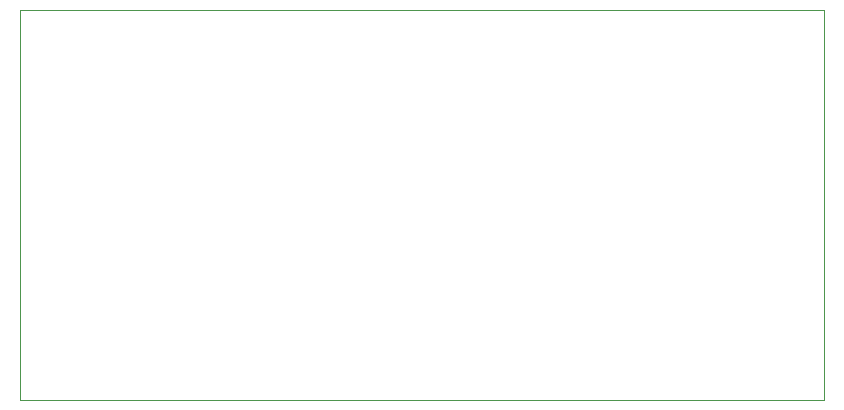
<source format=gbr>
G04 #@! TF.GenerationSoftware,KiCad,Pcbnew,5.1.5+dfsg1-2~bpo10+1*
G04 #@! TF.CreationDate,2020-03-16T13:02:23+01:00*
G04 #@! TF.ProjectId,SDI-bridge,5344492d-6272-4696-9467-652e6b696361,rev?*
G04 #@! TF.SameCoordinates,Original*
G04 #@! TF.FileFunction,Profile,NP*
%FSLAX46Y46*%
G04 Gerber Fmt 4.6, Leading zero omitted, Abs format (unit mm)*
G04 Created by KiCad (PCBNEW 5.1.5+dfsg1-2~bpo10+1) date 2020-03-16 13:02:23*
%MOMM*%
%LPD*%
G04 APERTURE LIST*
%ADD10C,0.050000*%
G04 APERTURE END LIST*
D10*
X168000000Y-100000000D02*
X168000000Y-133000000D01*
X100000000Y-100000000D02*
X168000000Y-100000000D01*
X100000000Y-133000000D02*
X100000000Y-100000000D01*
X168000000Y-133000000D02*
X100000000Y-133000000D01*
M02*

</source>
